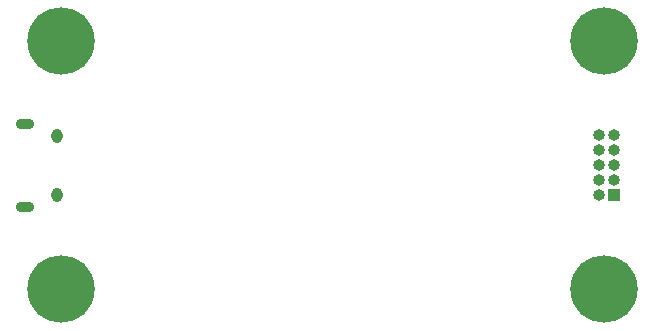
<source format=gbr>
%TF.GenerationSoftware,KiCad,Pcbnew,(6.0.9)*%
%TF.CreationDate,2022-11-09T13:04:19-08:00*%
%TF.ProjectId,esp32-prog,65737033-322d-4707-926f-672e6b696361,rev?*%
%TF.SameCoordinates,PX8f0d180PY2d4cae0*%
%TF.FileFunction,Soldermask,Bot*%
%TF.FilePolarity,Negative*%
%FSLAX46Y46*%
G04 Gerber Fmt 4.6, Leading zero omitted, Abs format (unit mm)*
G04 Created by KiCad (PCBNEW (6.0.9)) date 2022-11-09 13:04:19*
%MOMM*%
%LPD*%
G01*
G04 APERTURE LIST*
%ADD10R,1.000000X1.000000*%
%ADD11O,1.000000X1.000000*%
%ADD12C,5.700000*%
%ADD13O,1.550000X0.890000*%
%ADD14O,0.950000X1.250000*%
G04 APERTURE END LIST*
D10*
%TO.C,J2*%
X51385000Y-17540000D03*
D11*
X50115000Y-17540000D03*
X51385000Y-16270000D03*
X50115000Y-16270000D03*
X51385000Y-15000000D03*
X50115000Y-15000000D03*
X51385000Y-13730000D03*
X50115000Y-13730000D03*
X51385000Y-12460000D03*
X50115000Y-12460000D03*
%TD*%
D12*
%TO.C,H4*%
X4500000Y-25500000D03*
%TD*%
%TO.C,H2*%
X50500000Y-4500000D03*
%TD*%
%TO.C,H3*%
X50500000Y-25500000D03*
%TD*%
D13*
%TO.C,J1*%
X1454000Y-18500000D03*
D14*
X4154000Y-12500000D03*
D13*
X1454000Y-11500000D03*
D14*
X4154000Y-17500000D03*
%TD*%
D12*
%TO.C,H1*%
X4500000Y-4500000D03*
%TD*%
M02*

</source>
